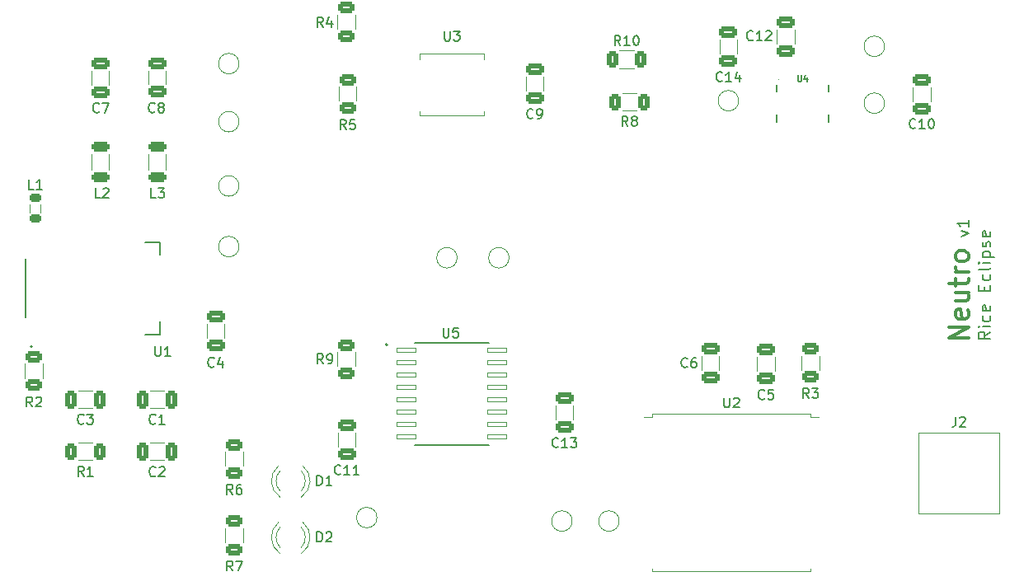
<source format=gto>
G04 #@! TF.GenerationSoftware,KiCad,Pcbnew,(6.0.7-1)-1*
G04 #@! TF.CreationDate,2023-01-09T19:50:39-06:00*
G04 #@! TF.ProjectId,Neutro_v1,4e657574-726f-45f7-9631-2e6b69636164,v1*
G04 #@! TF.SameCoordinates,Original*
G04 #@! TF.FileFunction,Legend,Top*
G04 #@! TF.FilePolarity,Positive*
%FSLAX46Y46*%
G04 Gerber Fmt 4.6, Leading zero omitted, Abs format (unit mm)*
G04 Created by KiCad (PCBNEW (6.0.7-1)-1) date 2023-01-09 19:50:39*
%MOMM*%
%LPD*%
G01*
G04 APERTURE LIST*
G04 Aperture macros list*
%AMRoundRect*
0 Rectangle with rounded corners*
0 $1 Rounding radius*
0 $2 $3 $4 $5 $6 $7 $8 $9 X,Y pos of 4 corners*
0 Add a 4 corners polygon primitive as box body*
4,1,4,$2,$3,$4,$5,$6,$7,$8,$9,$2,$3,0*
0 Add four circle primitives for the rounded corners*
1,1,$1+$1,$2,$3*
1,1,$1+$1,$4,$5*
1,1,$1+$1,$6,$7*
1,1,$1+$1,$8,$9*
0 Add four rect primitives between the rounded corners*
20,1,$1+$1,$2,$3,$4,$5,0*
20,1,$1+$1,$4,$5,$6,$7,0*
20,1,$1+$1,$6,$7,$8,$9,0*
20,1,$1+$1,$8,$9,$2,$3,0*%
G04 Aperture macros list end*
%ADD10C,0.200000*%
%ADD11C,0.300000*%
%ADD12C,0.150000*%
%ADD13C,0.120000*%
%ADD14C,0.127000*%
%ADD15C,0.100000*%
%ADD16C,1.500000*%
%ADD17RoundRect,0.250000X0.625000X-0.312500X0.625000X0.312500X-0.625000X0.312500X-0.625000X-0.312500X0*%
%ADD18RoundRect,0.250000X0.325000X0.650000X-0.325000X0.650000X-0.325000X-0.650000X0.325000X-0.650000X0*%
%ADD19RoundRect,0.250000X-0.625000X0.312500X-0.625000X-0.312500X0.625000X-0.312500X0.625000X0.312500X0*%
%ADD20RoundRect,0.250000X0.650000X-0.325000X0.650000X0.325000X-0.650000X0.325000X-0.650000X-0.325000X0*%
%ADD21C,2.500000*%
%ADD22RoundRect,0.250000X-0.650000X0.325000X-0.650000X-0.325000X0.650000X-0.325000X0.650000X0.325000X0*%
%ADD23RoundRect,0.250000X-0.312500X-0.625000X0.312500X-0.625000X0.312500X0.625000X-0.312500X0.625000X0*%
%ADD24RoundRect,0.250000X0.700000X-0.275000X0.700000X0.275000X-0.700000X0.275000X-0.700000X-0.275000X0*%
%ADD25RoundRect,0.218750X-0.381250X0.218750X-0.381250X-0.218750X0.381250X-0.218750X0.381250X0.218750X0*%
%ADD26C,2.250000*%
%ADD27R,0.700000X2.000000*%
%ADD28R,2.000000X0.700000*%
%ADD29RoundRect,0.041300X-0.983700X-0.253700X0.983700X-0.253700X0.983700X0.253700X-0.983700X0.253700X0*%
%ADD30R,2.000000X1.000000*%
%ADD31R,1.800000X1.800000*%
%ADD32C,1.800000*%
%ADD33R,2.250000X0.900000*%
%ADD34R,2.800000X0.900000*%
%ADD35R,0.250000X0.675000*%
%ADD36R,0.575000X0.250000*%
%ADD37C,2.750000*%
%ADD38R,1.508000X1.508000*%
%ADD39C,1.508000*%
%ADD40C,1.300000*%
%ADD41C,1.050000*%
%ADD42C,3.500000*%
%ADD43R,1.700000X1.700000*%
%ADD44O,1.700000X1.700000*%
G04 APERTURE END LIST*
D10*
X201365476Y-105791666D02*
X200770238Y-106208333D01*
X201365476Y-106505952D02*
X200115476Y-106505952D01*
X200115476Y-106029761D01*
X200175000Y-105910714D01*
X200234523Y-105851190D01*
X200353571Y-105791666D01*
X200532142Y-105791666D01*
X200651190Y-105851190D01*
X200710714Y-105910714D01*
X200770238Y-106029761D01*
X200770238Y-106505952D01*
X201365476Y-105255952D02*
X200532142Y-105255952D01*
X200115476Y-105255952D02*
X200175000Y-105315476D01*
X200234523Y-105255952D01*
X200175000Y-105196428D01*
X200115476Y-105255952D01*
X200234523Y-105255952D01*
X201305952Y-104125000D02*
X201365476Y-104244047D01*
X201365476Y-104482142D01*
X201305952Y-104601190D01*
X201246428Y-104660714D01*
X201127380Y-104720238D01*
X200770238Y-104720238D01*
X200651190Y-104660714D01*
X200591666Y-104601190D01*
X200532142Y-104482142D01*
X200532142Y-104244047D01*
X200591666Y-104125000D01*
X201305952Y-103113095D02*
X201365476Y-103232142D01*
X201365476Y-103470238D01*
X201305952Y-103589285D01*
X201186904Y-103648809D01*
X200710714Y-103648809D01*
X200591666Y-103589285D01*
X200532142Y-103470238D01*
X200532142Y-103232142D01*
X200591666Y-103113095D01*
X200710714Y-103053571D01*
X200829761Y-103053571D01*
X200948809Y-103648809D01*
X200710714Y-101565476D02*
X200710714Y-101148809D01*
X201365476Y-100970238D02*
X201365476Y-101565476D01*
X200115476Y-101565476D01*
X200115476Y-100970238D01*
X201305952Y-99898809D02*
X201365476Y-100017857D01*
X201365476Y-100255952D01*
X201305952Y-100375000D01*
X201246428Y-100434523D01*
X201127380Y-100494047D01*
X200770238Y-100494047D01*
X200651190Y-100434523D01*
X200591666Y-100375000D01*
X200532142Y-100255952D01*
X200532142Y-100017857D01*
X200591666Y-99898809D01*
X201365476Y-99184523D02*
X201305952Y-99303571D01*
X201186904Y-99363095D01*
X200115476Y-99363095D01*
X201365476Y-98708333D02*
X200532142Y-98708333D01*
X200115476Y-98708333D02*
X200175000Y-98767857D01*
X200234523Y-98708333D01*
X200175000Y-98648809D01*
X200115476Y-98708333D01*
X200234523Y-98708333D01*
X200532142Y-98113095D02*
X201782142Y-98113095D01*
X200591666Y-98113095D02*
X200532142Y-97994047D01*
X200532142Y-97755952D01*
X200591666Y-97636904D01*
X200651190Y-97577380D01*
X200770238Y-97517857D01*
X201127380Y-97517857D01*
X201246428Y-97577380D01*
X201305952Y-97636904D01*
X201365476Y-97755952D01*
X201365476Y-97994047D01*
X201305952Y-98113095D01*
X201305952Y-97041666D02*
X201365476Y-96922619D01*
X201365476Y-96684523D01*
X201305952Y-96565476D01*
X201186904Y-96505952D01*
X201127380Y-96505952D01*
X201008333Y-96565476D01*
X200948809Y-96684523D01*
X200948809Y-96863095D01*
X200889285Y-96982142D01*
X200770238Y-97041666D01*
X200710714Y-97041666D01*
X200591666Y-96982142D01*
X200532142Y-96863095D01*
X200532142Y-96684523D01*
X200591666Y-96565476D01*
X201305952Y-95494047D02*
X201365476Y-95613095D01*
X201365476Y-95851190D01*
X201305952Y-95970238D01*
X201186904Y-96029761D01*
X200710714Y-96029761D01*
X200591666Y-95970238D01*
X200532142Y-95851190D01*
X200532142Y-95613095D01*
X200591666Y-95494047D01*
X200710714Y-95434523D01*
X200829761Y-95434523D01*
X200948809Y-96029761D01*
D11*
X199104761Y-106428571D02*
X197104761Y-106428571D01*
X199104761Y-105285714D01*
X197104761Y-105285714D01*
X199009523Y-103571428D02*
X199104761Y-103761904D01*
X199104761Y-104142857D01*
X199009523Y-104333333D01*
X198819047Y-104428571D01*
X198057142Y-104428571D01*
X197866666Y-104333333D01*
X197771428Y-104142857D01*
X197771428Y-103761904D01*
X197866666Y-103571428D01*
X198057142Y-103476190D01*
X198247619Y-103476190D01*
X198438095Y-104428571D01*
X197771428Y-101761904D02*
X199104761Y-101761904D01*
X197771428Y-102619047D02*
X198819047Y-102619047D01*
X199009523Y-102523809D01*
X199104761Y-102333333D01*
X199104761Y-102047619D01*
X199009523Y-101857142D01*
X198914285Y-101761904D01*
X197771428Y-101095238D02*
X197771428Y-100333333D01*
X197104761Y-100809523D02*
X198819047Y-100809523D01*
X199009523Y-100714285D01*
X199104761Y-100523809D01*
X199104761Y-100333333D01*
X199104761Y-99666666D02*
X197771428Y-99666666D01*
X198152380Y-99666666D02*
X197961904Y-99571428D01*
X197866666Y-99476190D01*
X197771428Y-99285714D01*
X197771428Y-99095238D01*
X199104761Y-98142857D02*
X199009523Y-98333333D01*
X198914285Y-98428571D01*
X198723809Y-98523809D01*
X198152380Y-98523809D01*
X197961904Y-98428571D01*
X197866666Y-98333333D01*
X197771428Y-98142857D01*
X197771428Y-97857142D01*
X197866666Y-97666666D01*
X197961904Y-97571428D01*
X198152380Y-97476190D01*
X198723809Y-97476190D01*
X198914285Y-97571428D01*
X199009523Y-97666666D01*
X199104761Y-97857142D01*
X199104761Y-98142857D01*
D10*
X198332142Y-95992857D02*
X199165476Y-95695238D01*
X198332142Y-95397619D01*
X199165476Y-94266666D02*
X199165476Y-94980952D01*
X199165476Y-94623809D02*
X197915476Y-94623809D01*
X198094047Y-94742857D01*
X198213095Y-94861904D01*
X198272619Y-94980952D01*
D12*
X102957333Y-113475880D02*
X102624000Y-112999690D01*
X102385904Y-113475880D02*
X102385904Y-112475880D01*
X102766857Y-112475880D01*
X102862095Y-112523500D01*
X102909714Y-112571119D01*
X102957333Y-112666357D01*
X102957333Y-112809214D01*
X102909714Y-112904452D01*
X102862095Y-112952071D01*
X102766857Y-112999690D01*
X102385904Y-112999690D01*
X103338285Y-112571119D02*
X103385904Y-112523500D01*
X103481142Y-112475880D01*
X103719238Y-112475880D01*
X103814476Y-112523500D01*
X103862095Y-112571119D01*
X103909714Y-112666357D01*
X103909714Y-112761595D01*
X103862095Y-112904452D01*
X103290666Y-113475880D01*
X103909714Y-113475880D01*
X115611331Y-115165142D02*
X115563712Y-115212761D01*
X115420855Y-115260380D01*
X115325617Y-115260380D01*
X115182759Y-115212761D01*
X115087521Y-115117523D01*
X115039902Y-115022285D01*
X114992283Y-114831809D01*
X114992283Y-114688952D01*
X115039902Y-114498476D01*
X115087521Y-114403238D01*
X115182759Y-114308000D01*
X115325617Y-114260380D01*
X115420855Y-114260380D01*
X115563712Y-114308000D01*
X115611331Y-114355619D01*
X116563712Y-115260380D02*
X115992283Y-115260380D01*
X116277998Y-115260380D02*
X116277998Y-114260380D01*
X116182759Y-114403238D01*
X116087521Y-114498476D01*
X115992283Y-114546095D01*
X132833333Y-109052380D02*
X132500000Y-108576190D01*
X132261904Y-109052380D02*
X132261904Y-108052380D01*
X132642857Y-108052380D01*
X132738095Y-108100000D01*
X132785714Y-108147619D01*
X132833333Y-108242857D01*
X132833333Y-108385714D01*
X132785714Y-108480952D01*
X132738095Y-108528571D01*
X132642857Y-108576190D01*
X132261904Y-108576190D01*
X133309523Y-109052380D02*
X133500000Y-109052380D01*
X133595238Y-109004761D01*
X133642857Y-108957142D01*
X133738095Y-108814285D01*
X133785714Y-108623809D01*
X133785714Y-108242857D01*
X133738095Y-108147619D01*
X133690476Y-108100000D01*
X133595238Y-108052380D01*
X133404761Y-108052380D01*
X133309523Y-108100000D01*
X133261904Y-108147619D01*
X133214285Y-108242857D01*
X133214285Y-108480952D01*
X133261904Y-108576190D01*
X133309523Y-108623809D01*
X133404761Y-108671428D01*
X133595238Y-108671428D01*
X133690476Y-108623809D01*
X133738095Y-108576190D01*
X133785714Y-108480952D01*
X134612142Y-120372142D02*
X134564523Y-120419761D01*
X134421666Y-120467380D01*
X134326428Y-120467380D01*
X134183571Y-120419761D01*
X134088333Y-120324523D01*
X134040714Y-120229285D01*
X133993095Y-120038809D01*
X133993095Y-119895952D01*
X134040714Y-119705476D01*
X134088333Y-119610238D01*
X134183571Y-119515000D01*
X134326428Y-119467380D01*
X134421666Y-119467380D01*
X134564523Y-119515000D01*
X134612142Y-119562619D01*
X135564523Y-120467380D02*
X134993095Y-120467380D01*
X135278809Y-120467380D02*
X135278809Y-119467380D01*
X135183571Y-119610238D01*
X135088333Y-119705476D01*
X134993095Y-119753095D01*
X136516904Y-120467380D02*
X135945476Y-120467380D01*
X136231190Y-120467380D02*
X136231190Y-119467380D01*
X136135952Y-119610238D01*
X136040714Y-119705476D01*
X135945476Y-119753095D01*
X115611331Y-120547642D02*
X115563712Y-120595261D01*
X115420855Y-120642880D01*
X115325617Y-120642880D01*
X115182759Y-120595261D01*
X115087521Y-120500023D01*
X115039902Y-120404785D01*
X114992283Y-120214309D01*
X114992283Y-120071452D01*
X115039902Y-119880976D01*
X115087521Y-119785738D01*
X115182759Y-119690500D01*
X115325617Y-119642880D01*
X115420855Y-119642880D01*
X115563712Y-119690500D01*
X115611331Y-119738119D01*
X115992283Y-119738119D02*
X116039902Y-119690500D01*
X116135140Y-119642880D01*
X116373236Y-119642880D01*
X116468474Y-119690500D01*
X116516093Y-119738119D01*
X116563712Y-119833357D01*
X116563712Y-119928595D01*
X116516093Y-120071452D01*
X115944664Y-120642880D01*
X116563712Y-120642880D01*
X173806142Y-79986142D02*
X173758523Y-80033761D01*
X173615666Y-80081380D01*
X173520428Y-80081380D01*
X173377571Y-80033761D01*
X173282333Y-79938523D01*
X173234714Y-79843285D01*
X173187095Y-79652809D01*
X173187095Y-79509952D01*
X173234714Y-79319476D01*
X173282333Y-79224238D01*
X173377571Y-79129000D01*
X173520428Y-79081380D01*
X173615666Y-79081380D01*
X173758523Y-79129000D01*
X173806142Y-79176619D01*
X174758523Y-80081380D02*
X174187095Y-80081380D01*
X174472809Y-80081380D02*
X174472809Y-79081380D01*
X174377571Y-79224238D01*
X174282333Y-79319476D01*
X174187095Y-79367095D01*
X175615666Y-79414714D02*
X175615666Y-80081380D01*
X175377571Y-79033761D02*
X175139476Y-79748047D01*
X175758523Y-79748047D01*
X154374833Y-83796142D02*
X154327214Y-83843761D01*
X154184357Y-83891380D01*
X154089119Y-83891380D01*
X153946261Y-83843761D01*
X153851023Y-83748523D01*
X153803404Y-83653285D01*
X153755785Y-83462809D01*
X153755785Y-83319952D01*
X153803404Y-83129476D01*
X153851023Y-83034238D01*
X153946261Y-82939000D01*
X154089119Y-82891380D01*
X154184357Y-82891380D01*
X154327214Y-82939000D01*
X154374833Y-82986619D01*
X154851023Y-83891380D02*
X155041500Y-83891380D01*
X155136738Y-83843761D01*
X155184357Y-83796142D01*
X155279595Y-83653285D01*
X155327214Y-83462809D01*
X155327214Y-83081857D01*
X155279595Y-82986619D01*
X155231976Y-82939000D01*
X155136738Y-82891380D01*
X154946261Y-82891380D01*
X154851023Y-82939000D01*
X154803404Y-82986619D01*
X154755785Y-83081857D01*
X154755785Y-83319952D01*
X154803404Y-83415190D01*
X154851023Y-83462809D01*
X154946261Y-83510428D01*
X155136738Y-83510428D01*
X155231976Y-83462809D01*
X155279595Y-83415190D01*
X155327214Y-83319952D01*
X163357142Y-76347380D02*
X163023809Y-75871190D01*
X162785714Y-76347380D02*
X162785714Y-75347380D01*
X163166666Y-75347380D01*
X163261904Y-75395000D01*
X163309523Y-75442619D01*
X163357142Y-75537857D01*
X163357142Y-75680714D01*
X163309523Y-75775952D01*
X163261904Y-75823571D01*
X163166666Y-75871190D01*
X162785714Y-75871190D01*
X164309523Y-76347380D02*
X163738095Y-76347380D01*
X164023809Y-76347380D02*
X164023809Y-75347380D01*
X163928571Y-75490238D01*
X163833333Y-75585476D01*
X163738095Y-75633095D01*
X164928571Y-75347380D02*
X165023809Y-75347380D01*
X165119047Y-75395000D01*
X165166666Y-75442619D01*
X165214285Y-75537857D01*
X165261904Y-75728333D01*
X165261904Y-75966428D01*
X165214285Y-76156904D01*
X165166666Y-76252142D01*
X165119047Y-76299761D01*
X165023809Y-76347380D01*
X164928571Y-76347380D01*
X164833333Y-76299761D01*
X164785714Y-76252142D01*
X164738095Y-76156904D01*
X164690476Y-75966428D01*
X164690476Y-75728333D01*
X164738095Y-75537857D01*
X164785714Y-75442619D01*
X164833333Y-75395000D01*
X164928571Y-75347380D01*
X193667142Y-84812142D02*
X193619523Y-84859761D01*
X193476666Y-84907380D01*
X193381428Y-84907380D01*
X193238571Y-84859761D01*
X193143333Y-84764523D01*
X193095714Y-84669285D01*
X193048095Y-84478809D01*
X193048095Y-84335952D01*
X193095714Y-84145476D01*
X193143333Y-84050238D01*
X193238571Y-83955000D01*
X193381428Y-83907380D01*
X193476666Y-83907380D01*
X193619523Y-83955000D01*
X193667142Y-84002619D01*
X194619523Y-84907380D02*
X194048095Y-84907380D01*
X194333809Y-84907380D02*
X194333809Y-83907380D01*
X194238571Y-84050238D01*
X194143333Y-84145476D01*
X194048095Y-84193095D01*
X195238571Y-83907380D02*
X195333809Y-83907380D01*
X195429047Y-83955000D01*
X195476666Y-84002619D01*
X195524285Y-84097857D01*
X195571904Y-84288333D01*
X195571904Y-84526428D01*
X195524285Y-84716904D01*
X195476666Y-84812142D01*
X195429047Y-84859761D01*
X195333809Y-84907380D01*
X195238571Y-84907380D01*
X195143333Y-84859761D01*
X195095714Y-84812142D01*
X195048095Y-84716904D01*
X195000476Y-84526428D01*
X195000476Y-84288333D01*
X195048095Y-84097857D01*
X195095714Y-84002619D01*
X195143333Y-83955000D01*
X195238571Y-83907380D01*
X115657333Y-92019380D02*
X115181142Y-92019380D01*
X115181142Y-91019380D01*
X115895428Y-91019380D02*
X116514476Y-91019380D01*
X116181142Y-91400333D01*
X116324000Y-91400333D01*
X116419238Y-91447952D01*
X116466857Y-91495571D01*
X116514476Y-91590809D01*
X116514476Y-91828904D01*
X116466857Y-91924142D01*
X116419238Y-91971761D01*
X116324000Y-92019380D01*
X116038285Y-92019380D01*
X115943047Y-91971761D01*
X115895428Y-91924142D01*
X164122333Y-84653380D02*
X163789000Y-84177190D01*
X163550904Y-84653380D02*
X163550904Y-83653380D01*
X163931857Y-83653380D01*
X164027095Y-83701000D01*
X164074714Y-83748619D01*
X164122333Y-83843857D01*
X164122333Y-83986714D01*
X164074714Y-84081952D01*
X164027095Y-84129571D01*
X163931857Y-84177190D01*
X163550904Y-84177190D01*
X164693761Y-84081952D02*
X164598523Y-84034333D01*
X164550904Y-83986714D01*
X164503285Y-83891476D01*
X164503285Y-83843857D01*
X164550904Y-83748619D01*
X164598523Y-83701000D01*
X164693761Y-83653380D01*
X164884238Y-83653380D01*
X164979476Y-83701000D01*
X165027095Y-83748619D01*
X165074714Y-83843857D01*
X165074714Y-83891476D01*
X165027095Y-83986714D01*
X164979476Y-84034333D01*
X164884238Y-84081952D01*
X164693761Y-84081952D01*
X164598523Y-84129571D01*
X164550904Y-84177190D01*
X164503285Y-84272428D01*
X164503285Y-84462904D01*
X164550904Y-84558142D01*
X164598523Y-84605761D01*
X164693761Y-84653380D01*
X164884238Y-84653380D01*
X164979476Y-84605761D01*
X165027095Y-84558142D01*
X165074714Y-84462904D01*
X165074714Y-84272428D01*
X165027095Y-84177190D01*
X164979476Y-84129571D01*
X164884238Y-84081952D01*
X109815333Y-83161142D02*
X109767714Y-83208761D01*
X109624857Y-83256380D01*
X109529619Y-83256380D01*
X109386761Y-83208761D01*
X109291523Y-83113523D01*
X109243904Y-83018285D01*
X109196285Y-82827809D01*
X109196285Y-82684952D01*
X109243904Y-82494476D01*
X109291523Y-82399238D01*
X109386761Y-82304000D01*
X109529619Y-82256380D01*
X109624857Y-82256380D01*
X109767714Y-82304000D01*
X109815333Y-82351619D01*
X110148666Y-82256380D02*
X110815333Y-82256380D01*
X110386761Y-83256380D01*
X103109733Y-91130380D02*
X102633542Y-91130380D01*
X102633542Y-90130380D01*
X103966876Y-91130380D02*
X103395447Y-91130380D01*
X103681161Y-91130380D02*
X103681161Y-90130380D01*
X103585923Y-90273238D01*
X103490685Y-90368476D01*
X103395447Y-90416095D01*
X197786666Y-114521380D02*
X197786666Y-115235666D01*
X197739047Y-115378523D01*
X197643809Y-115473761D01*
X197500952Y-115521380D01*
X197405714Y-115521380D01*
X198215238Y-114616619D02*
X198262857Y-114569000D01*
X198358095Y-114521380D01*
X198596190Y-114521380D01*
X198691428Y-114569000D01*
X198739047Y-114616619D01*
X198786666Y-114711857D01*
X198786666Y-114807095D01*
X198739047Y-114949952D01*
X198167619Y-115521380D01*
X198786666Y-115521380D01*
X135170833Y-84989880D02*
X134837500Y-84513690D01*
X134599404Y-84989880D02*
X134599404Y-83989880D01*
X134980357Y-83989880D01*
X135075595Y-84037500D01*
X135123214Y-84085119D01*
X135170833Y-84180357D01*
X135170833Y-84323214D01*
X135123214Y-84418452D01*
X135075595Y-84466071D01*
X134980357Y-84513690D01*
X134599404Y-84513690D01*
X136075595Y-83989880D02*
X135599404Y-83989880D01*
X135551785Y-84466071D01*
X135599404Y-84418452D01*
X135694642Y-84370833D01*
X135932738Y-84370833D01*
X136027976Y-84418452D01*
X136075595Y-84466071D01*
X136123214Y-84561309D01*
X136123214Y-84799404D01*
X136075595Y-84894642D01*
X136027976Y-84942261D01*
X135932738Y-84989880D01*
X135694642Y-84989880D01*
X135599404Y-84942261D01*
X135551785Y-84894642D01*
X108245331Y-115165142D02*
X108197712Y-115212761D01*
X108054855Y-115260380D01*
X107959617Y-115260380D01*
X107816759Y-115212761D01*
X107721521Y-115117523D01*
X107673902Y-115022285D01*
X107626283Y-114831809D01*
X107626283Y-114688952D01*
X107673902Y-114498476D01*
X107721521Y-114403238D01*
X107816759Y-114308000D01*
X107959617Y-114260380D01*
X108054855Y-114260380D01*
X108197712Y-114308000D01*
X108245331Y-114355619D01*
X108578664Y-114260380D02*
X109197712Y-114260380D01*
X108864378Y-114641333D01*
X109007236Y-114641333D01*
X109102474Y-114688952D01*
X109150093Y-114736571D01*
X109197712Y-114831809D01*
X109197712Y-115069904D01*
X109150093Y-115165142D01*
X109102474Y-115212761D01*
X109007236Y-115260380D01*
X108721521Y-115260380D01*
X108626283Y-115212761D01*
X108578664Y-115165142D01*
X123533333Y-122464880D02*
X123200000Y-121988690D01*
X122961904Y-122464880D02*
X122961904Y-121464880D01*
X123342857Y-121464880D01*
X123438095Y-121512500D01*
X123485714Y-121560119D01*
X123533333Y-121655357D01*
X123533333Y-121798214D01*
X123485714Y-121893452D01*
X123438095Y-121941071D01*
X123342857Y-121988690D01*
X122961904Y-121988690D01*
X124390476Y-121464880D02*
X124200000Y-121464880D01*
X124104761Y-121512500D01*
X124057142Y-121560119D01*
X123961904Y-121702976D01*
X123914285Y-121893452D01*
X123914285Y-122274404D01*
X123961904Y-122369642D01*
X124009523Y-122417261D01*
X124104761Y-122464880D01*
X124295238Y-122464880D01*
X124390476Y-122417261D01*
X124438095Y-122369642D01*
X124485714Y-122274404D01*
X124485714Y-122036309D01*
X124438095Y-121941071D01*
X124390476Y-121893452D01*
X124295238Y-121845833D01*
X124104761Y-121845833D01*
X124009523Y-121893452D01*
X123961904Y-121941071D01*
X123914285Y-122036309D01*
X121626333Y-109323142D02*
X121578714Y-109370761D01*
X121435857Y-109418380D01*
X121340619Y-109418380D01*
X121197761Y-109370761D01*
X121102523Y-109275523D01*
X121054904Y-109180285D01*
X121007285Y-108989809D01*
X121007285Y-108846952D01*
X121054904Y-108656476D01*
X121102523Y-108561238D01*
X121197761Y-108466000D01*
X121340619Y-108418380D01*
X121435857Y-108418380D01*
X121578714Y-108466000D01*
X121626333Y-108513619D01*
X122483476Y-108751714D02*
X122483476Y-109418380D01*
X122245380Y-108370761D02*
X122007285Y-109085047D01*
X122626333Y-109085047D01*
X109942333Y-92019380D02*
X109466142Y-92019380D01*
X109466142Y-91019380D01*
X110228047Y-91114619D02*
X110275666Y-91067000D01*
X110370904Y-91019380D01*
X110609000Y-91019380D01*
X110704238Y-91067000D01*
X110751857Y-91114619D01*
X110799476Y-91209857D01*
X110799476Y-91305095D01*
X110751857Y-91447952D01*
X110180428Y-92019380D01*
X110799476Y-92019380D01*
X132833333Y-74452380D02*
X132500000Y-73976190D01*
X132261904Y-74452380D02*
X132261904Y-73452380D01*
X132642857Y-73452380D01*
X132738095Y-73500000D01*
X132785714Y-73547619D01*
X132833333Y-73642857D01*
X132833333Y-73785714D01*
X132785714Y-73880952D01*
X132738095Y-73928571D01*
X132642857Y-73976190D01*
X132261904Y-73976190D01*
X133690476Y-73785714D02*
X133690476Y-74452380D01*
X133452380Y-73404761D02*
X133214285Y-74119047D01*
X133833333Y-74119047D01*
X156964142Y-117578142D02*
X156916523Y-117625761D01*
X156773666Y-117673380D01*
X156678428Y-117673380D01*
X156535571Y-117625761D01*
X156440333Y-117530523D01*
X156392714Y-117435285D01*
X156345095Y-117244809D01*
X156345095Y-117101952D01*
X156392714Y-116911476D01*
X156440333Y-116816238D01*
X156535571Y-116721000D01*
X156678428Y-116673380D01*
X156773666Y-116673380D01*
X156916523Y-116721000D01*
X156964142Y-116768619D01*
X157916523Y-117673380D02*
X157345095Y-117673380D01*
X157630809Y-117673380D02*
X157630809Y-116673380D01*
X157535571Y-116816238D01*
X157440333Y-116911476D01*
X157345095Y-116959095D01*
X158249857Y-116673380D02*
X158868904Y-116673380D01*
X158535571Y-117054333D01*
X158678428Y-117054333D01*
X158773666Y-117101952D01*
X158821285Y-117149571D01*
X158868904Y-117244809D01*
X158868904Y-117482904D01*
X158821285Y-117578142D01*
X158773666Y-117625761D01*
X158678428Y-117673380D01*
X158392714Y-117673380D01*
X158297476Y-117625761D01*
X158249857Y-117578142D01*
X178141333Y-112625142D02*
X178093714Y-112672761D01*
X177950857Y-112720380D01*
X177855619Y-112720380D01*
X177712761Y-112672761D01*
X177617523Y-112577523D01*
X177569904Y-112482285D01*
X177522285Y-112291809D01*
X177522285Y-112148952D01*
X177569904Y-111958476D01*
X177617523Y-111863238D01*
X177712761Y-111768000D01*
X177855619Y-111720380D01*
X177950857Y-111720380D01*
X178093714Y-111768000D01*
X178141333Y-111815619D01*
X179046095Y-111720380D02*
X178569904Y-111720380D01*
X178522285Y-112196571D01*
X178569904Y-112148952D01*
X178665142Y-112101333D01*
X178903238Y-112101333D01*
X178998476Y-112148952D01*
X179046095Y-112196571D01*
X179093714Y-112291809D01*
X179093714Y-112529904D01*
X179046095Y-112625142D01*
X178998476Y-112672761D01*
X178903238Y-112720380D01*
X178665142Y-112720380D01*
X178569904Y-112672761D01*
X178522285Y-112625142D01*
X108245331Y-120594380D02*
X107911998Y-120118190D01*
X107673902Y-120594380D02*
X107673902Y-119594380D01*
X108054855Y-119594380D01*
X108150093Y-119642000D01*
X108197712Y-119689619D01*
X108245331Y-119784857D01*
X108245331Y-119927714D01*
X108197712Y-120022952D01*
X108150093Y-120070571D01*
X108054855Y-120118190D01*
X107673902Y-120118190D01*
X109197712Y-120594380D02*
X108626283Y-120594380D01*
X108911998Y-120594380D02*
X108911998Y-119594380D01*
X108816759Y-119737238D01*
X108721521Y-119832476D01*
X108626283Y-119880095D01*
X182713333Y-112593380D02*
X182380000Y-112117190D01*
X182141904Y-112593380D02*
X182141904Y-111593380D01*
X182522857Y-111593380D01*
X182618095Y-111641000D01*
X182665714Y-111688619D01*
X182713333Y-111783857D01*
X182713333Y-111926714D01*
X182665714Y-112021952D01*
X182618095Y-112069571D01*
X182522857Y-112117190D01*
X182141904Y-112117190D01*
X183046666Y-111593380D02*
X183665714Y-111593380D01*
X183332380Y-111974333D01*
X183475238Y-111974333D01*
X183570476Y-112021952D01*
X183618095Y-112069571D01*
X183665714Y-112164809D01*
X183665714Y-112402904D01*
X183618095Y-112498142D01*
X183570476Y-112545761D01*
X183475238Y-112593380D01*
X183189523Y-112593380D01*
X183094285Y-112545761D01*
X183046666Y-112498142D01*
X115570095Y-107275380D02*
X115570095Y-108084904D01*
X115617714Y-108180142D01*
X115665333Y-108227761D01*
X115760571Y-108275380D01*
X115951047Y-108275380D01*
X116046285Y-108227761D01*
X116093904Y-108180142D01*
X116141523Y-108084904D01*
X116141523Y-107275380D01*
X117141523Y-108275380D02*
X116570095Y-108275380D01*
X116855809Y-108275380D02*
X116855809Y-107275380D01*
X116760571Y-107418238D01*
X116665333Y-107513476D01*
X116570095Y-107561095D01*
X145161095Y-105370380D02*
X145161095Y-106179904D01*
X145208714Y-106275142D01*
X145256333Y-106322761D01*
X145351571Y-106370380D01*
X145542047Y-106370380D01*
X145637285Y-106322761D01*
X145684904Y-106275142D01*
X145732523Y-106179904D01*
X145732523Y-105370380D01*
X146684904Y-105370380D02*
X146208714Y-105370380D01*
X146161095Y-105846571D01*
X146208714Y-105798952D01*
X146303952Y-105751333D01*
X146542047Y-105751333D01*
X146637285Y-105798952D01*
X146684904Y-105846571D01*
X146732523Y-105941809D01*
X146732523Y-106179904D01*
X146684904Y-106275142D01*
X146637285Y-106322761D01*
X146542047Y-106370380D01*
X146303952Y-106370380D01*
X146208714Y-106322761D01*
X146161095Y-106275142D01*
X123533333Y-130327380D02*
X123200000Y-129851190D01*
X122961904Y-130327380D02*
X122961904Y-129327380D01*
X123342857Y-129327380D01*
X123438095Y-129375000D01*
X123485714Y-129422619D01*
X123533333Y-129517857D01*
X123533333Y-129660714D01*
X123485714Y-129755952D01*
X123438095Y-129803571D01*
X123342857Y-129851190D01*
X122961904Y-129851190D01*
X123866666Y-129327380D02*
X124533333Y-129327380D01*
X124104761Y-130327380D01*
X176957142Y-75757142D02*
X176909523Y-75804761D01*
X176766666Y-75852380D01*
X176671428Y-75852380D01*
X176528571Y-75804761D01*
X176433333Y-75709523D01*
X176385714Y-75614285D01*
X176338095Y-75423809D01*
X176338095Y-75280952D01*
X176385714Y-75090476D01*
X176433333Y-74995238D01*
X176528571Y-74900000D01*
X176671428Y-74852380D01*
X176766666Y-74852380D01*
X176909523Y-74900000D01*
X176957142Y-74947619D01*
X177909523Y-75852380D02*
X177338095Y-75852380D01*
X177623809Y-75852380D02*
X177623809Y-74852380D01*
X177528571Y-74995238D01*
X177433333Y-75090476D01*
X177338095Y-75138095D01*
X178290476Y-74947619D02*
X178338095Y-74900000D01*
X178433333Y-74852380D01*
X178671428Y-74852380D01*
X178766666Y-74900000D01*
X178814285Y-74947619D01*
X178861904Y-75042857D01*
X178861904Y-75138095D01*
X178814285Y-75280952D01*
X178242857Y-75852380D01*
X178861904Y-75852380D01*
X115530333Y-83161142D02*
X115482714Y-83208761D01*
X115339857Y-83256380D01*
X115244619Y-83256380D01*
X115101761Y-83208761D01*
X115006523Y-83113523D01*
X114958904Y-83018285D01*
X114911285Y-82827809D01*
X114911285Y-82684952D01*
X114958904Y-82494476D01*
X115006523Y-82399238D01*
X115101761Y-82304000D01*
X115244619Y-82256380D01*
X115339857Y-82256380D01*
X115482714Y-82304000D01*
X115530333Y-82351619D01*
X116101761Y-82684952D02*
X116006523Y-82637333D01*
X115958904Y-82589714D01*
X115911285Y-82494476D01*
X115911285Y-82446857D01*
X115958904Y-82351619D01*
X116006523Y-82304000D01*
X116101761Y-82256380D01*
X116292238Y-82256380D01*
X116387476Y-82304000D01*
X116435095Y-82351619D01*
X116482714Y-82446857D01*
X116482714Y-82494476D01*
X116435095Y-82589714D01*
X116387476Y-82637333D01*
X116292238Y-82684952D01*
X116101761Y-82684952D01*
X116006523Y-82732571D01*
X115958904Y-82780190D01*
X115911285Y-82875428D01*
X115911285Y-83065904D01*
X115958904Y-83161142D01*
X116006523Y-83208761D01*
X116101761Y-83256380D01*
X116292238Y-83256380D01*
X116387476Y-83208761D01*
X116435095Y-83161142D01*
X116482714Y-83065904D01*
X116482714Y-82875428D01*
X116435095Y-82780190D01*
X116387476Y-82732571D01*
X116292238Y-82684952D01*
X173990095Y-112553380D02*
X173990095Y-113362904D01*
X174037714Y-113458142D01*
X174085333Y-113505761D01*
X174180571Y-113553380D01*
X174371047Y-113553380D01*
X174466285Y-113505761D01*
X174513904Y-113458142D01*
X174561523Y-113362904D01*
X174561523Y-112553380D01*
X174990095Y-112648619D02*
X175037714Y-112601000D01*
X175132952Y-112553380D01*
X175371047Y-112553380D01*
X175466285Y-112601000D01*
X175513904Y-112648619D01*
X175561523Y-112743857D01*
X175561523Y-112839095D01*
X175513904Y-112981952D01*
X174942476Y-113553380D01*
X175561523Y-113553380D01*
X132190904Y-121547380D02*
X132190904Y-120547380D01*
X132429000Y-120547380D01*
X132571857Y-120595000D01*
X132667095Y-120690238D01*
X132714714Y-120785476D01*
X132762333Y-120975952D01*
X132762333Y-121118809D01*
X132714714Y-121309285D01*
X132667095Y-121404523D01*
X132571857Y-121499761D01*
X132429000Y-121547380D01*
X132190904Y-121547380D01*
X133714714Y-121547380D02*
X133143285Y-121547380D01*
X133429000Y-121547380D02*
X133429000Y-120547380D01*
X133333761Y-120690238D01*
X133238523Y-120785476D01*
X133143285Y-120833095D01*
X145288095Y-74890380D02*
X145288095Y-75699904D01*
X145335714Y-75795142D01*
X145383333Y-75842761D01*
X145478571Y-75890380D01*
X145669047Y-75890380D01*
X145764285Y-75842761D01*
X145811904Y-75795142D01*
X145859523Y-75699904D01*
X145859523Y-74890380D01*
X146240476Y-74890380D02*
X146859523Y-74890380D01*
X146526190Y-75271333D01*
X146669047Y-75271333D01*
X146764285Y-75318952D01*
X146811904Y-75366571D01*
X146859523Y-75461809D01*
X146859523Y-75699904D01*
X146811904Y-75795142D01*
X146764285Y-75842761D01*
X146669047Y-75890380D01*
X146383333Y-75890380D01*
X146288095Y-75842761D01*
X146240476Y-75795142D01*
X181581380Y-79405523D02*
X181581380Y-79923619D01*
X181611857Y-79984571D01*
X181642333Y-80015047D01*
X181703285Y-80045523D01*
X181825190Y-80045523D01*
X181886142Y-80015047D01*
X181916619Y-79984571D01*
X181947095Y-79923619D01*
X181947095Y-79405523D01*
X182526142Y-79618857D02*
X182526142Y-80045523D01*
X182373761Y-79375047D02*
X182221380Y-79832190D01*
X182617571Y-79832190D01*
X132190904Y-127347380D02*
X132190904Y-126347380D01*
X132429000Y-126347380D01*
X132571857Y-126395000D01*
X132667095Y-126490238D01*
X132714714Y-126585476D01*
X132762333Y-126775952D01*
X132762333Y-126918809D01*
X132714714Y-127109285D01*
X132667095Y-127204523D01*
X132571857Y-127299761D01*
X132429000Y-127347380D01*
X132190904Y-127347380D01*
X133143285Y-126442619D02*
X133190904Y-126395000D01*
X133286142Y-126347380D01*
X133524238Y-126347380D01*
X133619476Y-126395000D01*
X133667095Y-126442619D01*
X133714714Y-126537857D01*
X133714714Y-126633095D01*
X133667095Y-126775952D01*
X133095666Y-127347380D01*
X133714714Y-127347380D01*
X170233333Y-109357142D02*
X170185714Y-109404761D01*
X170042857Y-109452380D01*
X169947619Y-109452380D01*
X169804761Y-109404761D01*
X169709523Y-109309523D01*
X169661904Y-109214285D01*
X169614285Y-109023809D01*
X169614285Y-108880952D01*
X169661904Y-108690476D01*
X169709523Y-108595238D01*
X169804761Y-108500000D01*
X169947619Y-108452380D01*
X170042857Y-108452380D01*
X170185714Y-108500000D01*
X170233333Y-108547619D01*
X171090476Y-108452380D02*
X170900000Y-108452380D01*
X170804761Y-108500000D01*
X170757142Y-108547619D01*
X170661904Y-108690476D01*
X170614285Y-108880952D01*
X170614285Y-109261904D01*
X170661904Y-109357142D01*
X170709523Y-109404761D01*
X170804761Y-109452380D01*
X170995238Y-109452380D01*
X171090476Y-109404761D01*
X171138095Y-109357142D01*
X171185714Y-109261904D01*
X171185714Y-109023809D01*
X171138095Y-108928571D01*
X171090476Y-108880952D01*
X170995238Y-108833333D01*
X170804761Y-108833333D01*
X170709523Y-108880952D01*
X170661904Y-108928571D01*
X170614285Y-109023809D01*
D13*
X158403000Y-125222000D02*
G75*
G03*
X158403000Y-125222000I-1050000J0D01*
G01*
X102214000Y-110527064D02*
X102214000Y-109072936D01*
X104034000Y-110527064D02*
X104034000Y-109072936D01*
X116489250Y-113637500D02*
X115066746Y-113637500D01*
X116489250Y-111817500D02*
X115066746Y-111817500D01*
X136110000Y-107872936D02*
X136110000Y-109327064D01*
X134290000Y-107872936D02*
X134290000Y-109327064D01*
X134345000Y-117551252D02*
X134345000Y-116128748D01*
X136165000Y-117551252D02*
X136165000Y-116128748D01*
X124193998Y-78232000D02*
G75*
G03*
X124193998Y-78232000I-1050000J0D01*
G01*
X116489250Y-117151500D02*
X115066746Y-117151500D01*
X116489250Y-118971500D02*
X115066746Y-118971500D01*
X124193998Y-90805000D02*
G75*
G03*
X124193998Y-90805000I-1050000J0D01*
G01*
X151926000Y-98171000D02*
G75*
G03*
X151926000Y-98171000I-1050000J0D01*
G01*
X173539000Y-75742748D02*
X173539000Y-77165252D01*
X175359000Y-75742748D02*
X175359000Y-77165252D01*
X155469000Y-80975252D02*
X155469000Y-79552748D01*
X153649000Y-80975252D02*
X153649000Y-79552748D01*
X163272936Y-76890000D02*
X164727064Y-76890000D01*
X163272936Y-78710000D02*
X164727064Y-78710000D01*
X195220000Y-80695748D02*
X195220000Y-82118252D01*
X193400000Y-80695748D02*
X193400000Y-82118252D01*
X116687998Y-89178742D02*
X116687998Y-87508258D01*
X114867998Y-89178742D02*
X114867998Y-87508258D01*
X163561936Y-81259000D02*
X165016064Y-81259000D01*
X163561936Y-83079000D02*
X165016064Y-83079000D01*
X190485000Y-76454000D02*
G75*
G03*
X190485000Y-76454000I-1050000J0D01*
G01*
X110845998Y-80418752D02*
X110845998Y-78996248D01*
X109025998Y-80418752D02*
X109025998Y-78996248D01*
X163229000Y-125222000D02*
G75*
G03*
X163229000Y-125222000I-1050000J0D01*
G01*
X103811000Y-92700378D02*
X103811000Y-93499622D01*
X102691000Y-92700378D02*
X102691000Y-93499622D01*
X124193998Y-97028000D02*
G75*
G03*
X124193998Y-97028000I-1050000J0D01*
G01*
X202270000Y-116119000D02*
X202270000Y-124419000D01*
X202270000Y-124419000D02*
X193970000Y-124419000D01*
X193970000Y-116119000D02*
X193970000Y-124419000D01*
X202270000Y-116119000D02*
X193970000Y-116119000D01*
X136247500Y-80610436D02*
X136247500Y-82064564D01*
X134427500Y-80610436D02*
X134427500Y-82064564D01*
X109123250Y-113637500D02*
X107700746Y-113637500D01*
X109123250Y-111817500D02*
X107700746Y-111817500D01*
X124610000Y-118110436D02*
X124610000Y-119564564D01*
X122790000Y-118110436D02*
X122790000Y-119564564D01*
X175499000Y-82042000D02*
G75*
G03*
X175499000Y-82042000I-1050000J0D01*
G01*
X120883000Y-106375252D02*
X120883000Y-104952748D01*
X122703000Y-106375252D02*
X122703000Y-104952748D01*
X109025998Y-89178742D02*
X109025998Y-87508258D01*
X110845998Y-89178742D02*
X110845998Y-87508258D01*
X136110000Y-73210436D02*
X136110000Y-74664564D01*
X134290000Y-73210436D02*
X134290000Y-74664564D01*
X156697000Y-113334748D02*
X156697000Y-114757252D01*
X158517000Y-113334748D02*
X158517000Y-114757252D01*
X177398000Y-108381748D02*
X177398000Y-109804252D01*
X179218000Y-108381748D02*
X179218000Y-109804252D01*
X107684934Y-118971500D02*
X109139062Y-118971500D01*
X107684934Y-117151500D02*
X109139062Y-117151500D01*
X181970000Y-108238936D02*
X181970000Y-109693064D01*
X183790000Y-108238936D02*
X183790000Y-109693064D01*
X190485000Y-82296000D02*
G75*
G03*
X190485000Y-82296000I-1050000J0D01*
G01*
D14*
X116074000Y-106047500D02*
X114544000Y-106047500D01*
X102274000Y-104297500D02*
X102274000Y-98297500D01*
X116074000Y-96547500D02*
X114544000Y-96547500D01*
X116074000Y-104737500D02*
X116074000Y-106047500D01*
X116074000Y-96547500D02*
X116074000Y-97897500D01*
D10*
X102974000Y-107297500D02*
G75*
G03*
X102974000Y-107297500I-100000J0D01*
G01*
D13*
X146592000Y-98171000D02*
G75*
G03*
X146592000Y-98171000I-1050000J0D01*
G01*
X124193998Y-84201000D02*
G75*
G03*
X124193998Y-84201000I-1050000J0D01*
G01*
D14*
X142250000Y-117391000D02*
X149850000Y-117391000D01*
X142250000Y-106891000D02*
X149850000Y-106891000D01*
D10*
X139445000Y-107106000D02*
G75*
G03*
X139445000Y-107106000I-100000J0D01*
G01*
D13*
X122790000Y-125972936D02*
X122790000Y-127427064D01*
X124610000Y-125972936D02*
X124610000Y-127427064D01*
X179430000Y-74775748D02*
X179430000Y-76198252D01*
X181250000Y-74775748D02*
X181250000Y-76198252D01*
X116687998Y-80369752D02*
X116687998Y-78947248D01*
X114867998Y-80369752D02*
X114867998Y-78947248D01*
X166652000Y-114201000D02*
X182852000Y-114201000D01*
X166652000Y-130401000D02*
X182852000Y-130401000D01*
X182852000Y-130401000D02*
X182852000Y-130151000D01*
X182852000Y-114201000D02*
X182852000Y-114551000D01*
X182852000Y-114551000D02*
X183752000Y-114551000D01*
X166652000Y-114551000D02*
X165752000Y-114551000D01*
X166652000Y-114201000D02*
X166652000Y-114551000D01*
X166652000Y-130151000D02*
X166652000Y-130401000D01*
X128420000Y-120054039D02*
G75*
G03*
X128420163Y-122136130I1080000J-1040961D01*
G01*
X128264484Y-119535000D02*
G75*
G03*
X128421392Y-122767335I1235516J-1560000D01*
G01*
X130578608Y-122767335D02*
G75*
G03*
X130735516Y-119535000I-1078608J1672335D01*
G01*
X130579837Y-122136130D02*
G75*
G03*
X130580000Y-120054039I-1079837J1041130D01*
G01*
X142758000Y-83576000D02*
X149358000Y-83576000D01*
X149358000Y-77176000D02*
X149358000Y-77776000D01*
X142758000Y-77176000D02*
X149358000Y-77176000D01*
X142758000Y-83576000D02*
X142758000Y-83126000D01*
X142758000Y-77176000D02*
X142758000Y-77776000D01*
X149358000Y-83576000D02*
X149358000Y-83126000D01*
D14*
X179380500Y-84196000D02*
X179380500Y-83484500D01*
X184757500Y-80396000D02*
X184757500Y-81107500D01*
X179380500Y-80396000D02*
X179380500Y-81107500D01*
X184757500Y-84196000D02*
X184757500Y-83484500D01*
D15*
X179619000Y-79896000D02*
G75*
G03*
X179619000Y-79896000I-50000J0D01*
G01*
D13*
X138362400Y-124866400D02*
G75*
G03*
X138362400Y-124866400I-1050000J0D01*
G01*
X128264484Y-125335000D02*
G75*
G03*
X128421392Y-128567335I1235516J-1560000D01*
G01*
X130579837Y-127936130D02*
G75*
G03*
X130580000Y-125854039I-1079837J1041130D01*
G01*
X130578608Y-128567335D02*
G75*
G03*
X130735516Y-125335000I-1078608J1672335D01*
G01*
X128420000Y-125854039D02*
G75*
G03*
X128420163Y-127936130I1080000J-1040961D01*
G01*
X173503000Y-108303748D02*
X173503000Y-109726252D01*
X171683000Y-108303748D02*
X171683000Y-109726252D01*
%LPC*%
D16*
X157353000Y-125222000D03*
D17*
X103124000Y-111262500D03*
X103124000Y-108337500D03*
D18*
X117252998Y-112727500D03*
X114302998Y-112727500D03*
D19*
X135200000Y-107137500D03*
X135200000Y-110062500D03*
D20*
X135255000Y-118315000D03*
X135255000Y-115365000D03*
D16*
X123143998Y-78232000D03*
D21*
X198700000Y-74400000D03*
D18*
X117252998Y-118061500D03*
X114302998Y-118061500D03*
D16*
X123143998Y-90805000D03*
X150876000Y-98171000D03*
D22*
X174449000Y-74979000D03*
X174449000Y-77929000D03*
D20*
X154559000Y-81739000D03*
X154559000Y-78789000D03*
D23*
X162537500Y-77800000D03*
X165462500Y-77800000D03*
D22*
X194310000Y-79932000D03*
X194310000Y-82882000D03*
D24*
X115777998Y-89918500D03*
X115777998Y-86768500D03*
D23*
X162826500Y-82169000D03*
X165751500Y-82169000D03*
D16*
X189435000Y-76454000D03*
D20*
X109935998Y-81182500D03*
X109935998Y-78232500D03*
D16*
X162179000Y-125222000D03*
D25*
X103251000Y-92037500D03*
X103251000Y-94162500D03*
D16*
X123143998Y-97028000D03*
D26*
X198120000Y-120269000D03*
X200660000Y-117729000D03*
X200660000Y-122809000D03*
X195580000Y-122809000D03*
X195580000Y-117729000D03*
D19*
X135337500Y-79875000D03*
X135337500Y-82800000D03*
D18*
X109886998Y-112727500D03*
X106936998Y-112727500D03*
D19*
X123700000Y-117375000D03*
X123700000Y-120300000D03*
D16*
X174449000Y-82042000D03*
D20*
X121793000Y-107139000D03*
X121793000Y-104189000D03*
D24*
X109935998Y-89918500D03*
X109935998Y-86768500D03*
D21*
X106100000Y-129000000D03*
D19*
X135200000Y-72475000D03*
X135200000Y-75400000D03*
D22*
X157607000Y-112571000D03*
X157607000Y-115521000D03*
X178308000Y-107618000D03*
X178308000Y-110568000D03*
D23*
X106949498Y-118061500D03*
X109874498Y-118061500D03*
D19*
X182880000Y-107503500D03*
X182880000Y-110428500D03*
D16*
X189435000Y-82296000D03*
D21*
X198700000Y-129000000D03*
D27*
X102874000Y-105617500D03*
X103974000Y-105617500D03*
X105074000Y-105617500D03*
X106174000Y-105617500D03*
X107274000Y-105617500D03*
X108374000Y-105617500D03*
X109474000Y-105617500D03*
X110574000Y-105617500D03*
X111674000Y-105617500D03*
X112774000Y-105617500D03*
X113874000Y-105617500D03*
D28*
X115674000Y-104067500D03*
X115674000Y-102967500D03*
X115674000Y-101867500D03*
X115674000Y-100767500D03*
X115674000Y-99667500D03*
X115674000Y-98567500D03*
D27*
X113874000Y-96977500D03*
X112774000Y-96977500D03*
X111674000Y-96977500D03*
X110574000Y-96977500D03*
X109474000Y-96977500D03*
X108374000Y-96977500D03*
X107274000Y-96977500D03*
X106174000Y-96977500D03*
X105074000Y-96977500D03*
X103974000Y-96977500D03*
X102874000Y-96977500D03*
D16*
X145542000Y-98171000D03*
X123143998Y-84201000D03*
D29*
X141395000Y-107696000D03*
X141395000Y-108966000D03*
X141395000Y-110236000D03*
X141395000Y-111506000D03*
X141395000Y-112776000D03*
X141395000Y-114046000D03*
X141395000Y-115316000D03*
X141395000Y-116586000D03*
X150705000Y-116586000D03*
X150705000Y-115316000D03*
X150705000Y-114046000D03*
X150705000Y-112776000D03*
X150705000Y-111506000D03*
X150705000Y-110236000D03*
X150705000Y-108966000D03*
X150705000Y-107696000D03*
D21*
X106100000Y-74500000D03*
D19*
X123700000Y-125237500D03*
X123700000Y-128162500D03*
D22*
X180340000Y-74012000D03*
X180340000Y-76962000D03*
D20*
X115777998Y-81133500D03*
X115777998Y-78183500D03*
D30*
X166752000Y-115301000D03*
X166752000Y-117301000D03*
X166752000Y-119301000D03*
X166752000Y-121301000D03*
X166752000Y-123301000D03*
X166752000Y-125301000D03*
X166752000Y-127301000D03*
X166752000Y-129301000D03*
X182752000Y-129301000D03*
X182752000Y-127301000D03*
X182752000Y-125301000D03*
X182752000Y-123301000D03*
X182752000Y-121301000D03*
X182752000Y-119301000D03*
X182752000Y-117301000D03*
X182752000Y-115301000D03*
D31*
X129500000Y-119825000D03*
D32*
X129500000Y-122365000D03*
D33*
X148733000Y-82276000D03*
X148733000Y-81026000D03*
D34*
X148458000Y-79726000D03*
D33*
X148733000Y-78476000D03*
X143430500Y-78476000D03*
X143383000Y-79726000D03*
X143383000Y-81026000D03*
X143383000Y-82276000D03*
D35*
X179819000Y-80733500D03*
D36*
X179756500Y-81546000D03*
X179756500Y-82046000D03*
X179756500Y-82546000D03*
X179756500Y-83046000D03*
D35*
X179819000Y-83858500D03*
X180319000Y-83858500D03*
X180819000Y-83858500D03*
X181319000Y-83858500D03*
X181819000Y-83858500D03*
X182319000Y-83858500D03*
X182819000Y-83858500D03*
X183319000Y-83858500D03*
X183819000Y-83858500D03*
X184319000Y-83858500D03*
D36*
X184381500Y-83046000D03*
X184381500Y-82546000D03*
X184381500Y-82046000D03*
X184381500Y-81546000D03*
D35*
X184319000Y-80733500D03*
X183819000Y-80733500D03*
X183319000Y-80733500D03*
X182819000Y-80733500D03*
X182319000Y-80733500D03*
X181819000Y-80733500D03*
X181319000Y-80733500D03*
X180819000Y-80733500D03*
X180319000Y-80733500D03*
D16*
X137312400Y-124866400D03*
D31*
X129500000Y-125625000D03*
D32*
X129500000Y-128165000D03*
D22*
X172593000Y-107540000D03*
X172593000Y-110490000D03*
D37*
X187750000Y-113358000D03*
X187750000Y-90358000D03*
X129750000Y-113358000D03*
X129750000Y-90358000D03*
D38*
X182880000Y-91628000D03*
D39*
X182880000Y-89088000D03*
X180340000Y-91628000D03*
X180340000Y-89088000D03*
X177800000Y-91628000D03*
X177800000Y-89088000D03*
X175260000Y-91628000D03*
X175260000Y-89088000D03*
X172720000Y-91628000D03*
X172720000Y-89088000D03*
X170180000Y-91628000D03*
X170180000Y-89088000D03*
X167640000Y-91628000D03*
X167640000Y-89088000D03*
X165100000Y-91628000D03*
X165100000Y-89088000D03*
X162560000Y-91628000D03*
X162560000Y-89088000D03*
X160020000Y-91628000D03*
X160020000Y-89088000D03*
X157480000Y-91628000D03*
X157480000Y-89088000D03*
X154940000Y-91628000D03*
X154940000Y-89088000D03*
X152400000Y-91628000D03*
X152400000Y-89088000D03*
X149860000Y-91628000D03*
X149860000Y-89088000D03*
X147320000Y-91628000D03*
X147320000Y-89088000D03*
X144780000Y-91628000D03*
X144780000Y-89088000D03*
X142240000Y-91628000D03*
X142240000Y-89088000D03*
X139700000Y-91628000D03*
X139700000Y-89088000D03*
X137160000Y-91628000D03*
X137160000Y-89088000D03*
X134620000Y-91628000D03*
X134620000Y-89088000D03*
D40*
X118237000Y-96637099D03*
D41*
X118237000Y-89187099D03*
D42*
X165735000Y-100076000D03*
X139065000Y-100076000D03*
D43*
X166497000Y-108458000D03*
D44*
X166497000Y-110998000D03*
M02*

</source>
